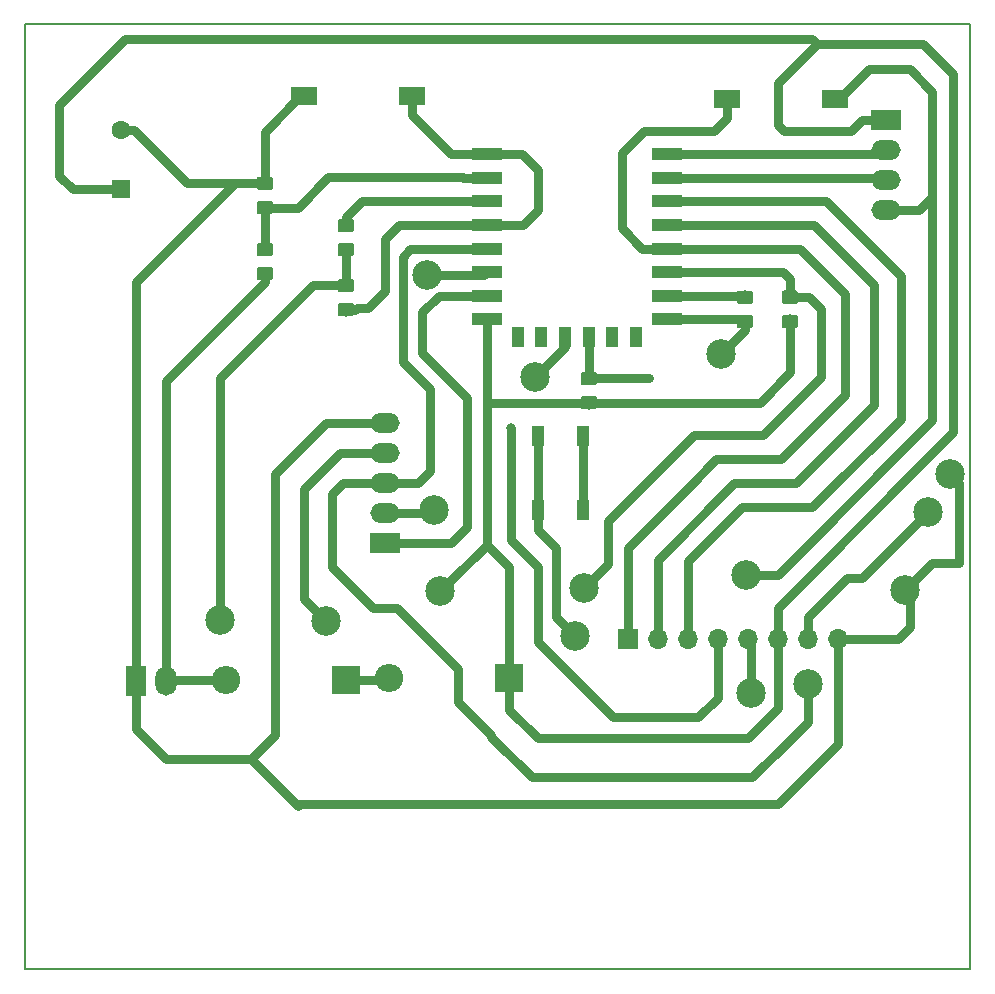
<source format=gbr>
G04 #@! TF.GenerationSoftware,KiCad,Pcbnew,(5.0.1)-4*
G04 #@! TF.CreationDate,2019-02-04T19:45:42-02:00*
G04 #@! TF.ProjectId,Temp_node,54656D705F6E6F64652E6B696361645F,rev?*
G04 #@! TF.SameCoordinates,Original*
G04 #@! TF.FileFunction,Copper,L1,Top,Signal*
G04 #@! TF.FilePolarity,Positive*
%FSLAX46Y46*%
G04 Gerber Fmt 4.6, Leading zero omitted, Abs format (unit mm)*
G04 Created by KiCad (PCBNEW (5.0.1)-4) date 2/4/2019 7:45:42 PM*
%MOMM*%
%LPD*%
G01*
G04 APERTURE LIST*
G04 #@! TA.AperFunction,NonConductor*
%ADD10C,0.200000*%
G04 #@! TD*
G04 #@! TA.AperFunction,NonConductor*
%ADD11C,0.150000*%
G04 #@! TD*
G04 #@! TA.AperFunction,ComponentPad*
%ADD12R,2.500000X1.800000*%
G04 #@! TD*
G04 #@! TA.AperFunction,ComponentPad*
%ADD13O,2.500000X1.700000*%
G04 #@! TD*
G04 #@! TA.AperFunction,SMDPad,CuDef*
%ADD14R,2.500000X1.000000*%
G04 #@! TD*
G04 #@! TA.AperFunction,SMDPad,CuDef*
%ADD15R,1.000000X1.800000*%
G04 #@! TD*
G04 #@! TA.AperFunction,ComponentPad*
%ADD16R,1.800000X2.500000*%
G04 #@! TD*
G04 #@! TA.AperFunction,ComponentPad*
%ADD17O,1.800000X2.500000*%
G04 #@! TD*
G04 #@! TA.AperFunction,ComponentPad*
%ADD18R,1.600000X1.600000*%
G04 #@! TD*
G04 #@! TA.AperFunction,ComponentPad*
%ADD19C,1.600000*%
G04 #@! TD*
G04 #@! TA.AperFunction,ComponentPad*
%ADD20O,2.400000X2.400000*%
G04 #@! TD*
G04 #@! TA.AperFunction,ComponentPad*
%ADD21R,2.400000X2.400000*%
G04 #@! TD*
G04 #@! TA.AperFunction,ComponentPad*
%ADD22R,1.700000X1.700000*%
G04 #@! TD*
G04 #@! TA.AperFunction,ComponentPad*
%ADD23O,1.700000X1.700000*%
G04 #@! TD*
G04 #@! TA.AperFunction,ComponentPad*
%ADD24R,2.500000X1.700000*%
G04 #@! TD*
G04 #@! TA.AperFunction,Conductor*
%ADD25C,0.100000*%
G04 #@! TD*
G04 #@! TA.AperFunction,SMDPad,CuDef*
%ADD26C,1.150000*%
G04 #@! TD*
G04 #@! TA.AperFunction,SMDPad,CuDef*
%ADD27R,2.180000X1.600000*%
G04 #@! TD*
G04 #@! TA.AperFunction,SMDPad,CuDef*
%ADD28R,1.000000X1.700000*%
G04 #@! TD*
G04 #@! TA.AperFunction,ViaPad*
%ADD29C,2.500000*%
G04 #@! TD*
G04 #@! TA.AperFunction,ViaPad*
%ADD30C,0.800000*%
G04 #@! TD*
G04 #@! TA.AperFunction,Conductor*
%ADD31C,0.800000*%
G04 #@! TD*
G04 APERTURE END LIST*
D10*
X132334000Y-28448000D02*
X212344000Y-28448000D01*
X132334000Y-48514000D02*
X132334000Y-28448000D01*
X212344000Y-28448000D02*
X212344000Y-48514000D01*
D11*
X212344000Y-108458000D02*
X212344000Y-48514000D01*
X132334000Y-108458000D02*
X212344000Y-108458000D01*
X132334000Y-48514000D02*
X132334000Y-108458000D01*
D12*
G04 #@! TO.P,J4,1*
G04 #@! TO.N,/MISO*
X162814000Y-72390000D03*
D13*
G04 #@! TO.P,J4,2*
G04 #@! TO.N,/GPIO2*
X162814000Y-69850000D03*
G04 #@! TO.P,J4,3*
G04 #@! TO.N,/SCLK*
X162814000Y-67310000D03*
G04 #@! TO.P,J4,4*
G04 #@! TO.N,+3V3*
X162814000Y-64770000D03*
G04 #@! TO.P,J4,5*
G04 #@! TO.N,GND*
X162814000Y-62230000D03*
G04 #@! TD*
D14*
G04 #@! TO.P,U1,1*
G04 #@! TO.N,/RESET*
X171470000Y-39426000D03*
G04 #@! TO.P,U1,2*
G04 #@! TO.N,/ADC*
X171470000Y-41426000D03*
G04 #@! TO.P,U1,3*
G04 #@! TO.N,/ENABLE*
X171470000Y-43426000D03*
G04 #@! TO.P,U1,4*
G04 #@! TO.N,/RESET*
X171470000Y-45426000D03*
G04 #@! TO.P,U1,5*
G04 #@! TO.N,/SCLK*
X171470000Y-47426000D03*
G04 #@! TO.P,U1,6*
G04 #@! TO.N,/MOSI*
X171470000Y-49426000D03*
G04 #@! TO.P,U1,7*
G04 #@! TO.N,/MISO*
X171470000Y-51426000D03*
G04 #@! TO.P,U1,8*
G04 #@! TO.N,+3V3*
X171470000Y-53426000D03*
D15*
G04 #@! TO.P,U1,17*
G04 #@! TO.N,Net-(U1-Pad17)*
X174070000Y-54926000D03*
G04 #@! TO.P,U1,18*
G04 #@! TO.N,Net-(U1-Pad18)*
X176070000Y-54926000D03*
G04 #@! TO.P,U1,19*
G04 #@! TO.N,/DIS_LIGHT*
X178070000Y-54926000D03*
G04 #@! TO.P,U1,20*
G04 #@! TO.N,/BOTAO*
X180070000Y-54926000D03*
G04 #@! TO.P,U1,21*
G04 #@! TO.N,Net-(U1-Pad21)*
X182070000Y-54926000D03*
G04 #@! TO.P,U1,22*
G04 #@! TO.N,Net-(U1-Pad22)*
X184070000Y-54926000D03*
D14*
G04 #@! TO.P,U1,9*
G04 #@! TO.N,GND*
X186670000Y-53426000D03*
G04 #@! TO.P,U1,10*
G04 #@! TO.N,/GPIO15*
X186670000Y-51426000D03*
G04 #@! TO.P,U1,11*
G04 #@! TO.N,/GPIO2*
X186670000Y-49426000D03*
G04 #@! TO.P,U1,12*
G04 #@! TO.N,/DIS_RESET*
X186670000Y-47426000D03*
G04 #@! TO.P,U1,13*
G04 #@! TO.N,/DIS_CS*
X186670000Y-45426000D03*
G04 #@! TO.P,U1,14*
G04 #@! TO.N,/DIS_DC*
X186670000Y-43426000D03*
G04 #@! TO.P,U1,15*
G04 #@! TO.N,/RX*
X186670000Y-41426000D03*
G04 #@! TO.P,U1,16*
G04 #@! TO.N,/TX*
X186670000Y-39426000D03*
G04 #@! TD*
D16*
G04 #@! TO.P,J1,1*
G04 #@! TO.N,GND*
X141732000Y-84074000D03*
D17*
G04 #@! TO.P,J1,2*
G04 #@! TO.N,/V_BAT*
X144272000Y-84074000D03*
G04 #@! TD*
D18*
G04 #@! TO.P,C1,1*
G04 #@! TO.N,+3V3*
X140462000Y-42418000D03*
D19*
G04 #@! TO.P,C1,2*
G04 #@! TO.N,GND*
X140462000Y-37418000D03*
G04 #@! TD*
D20*
G04 #@! TO.P,D1,2*
G04 #@! TO.N,/V_BAT*
X149352000Y-83947000D03*
D21*
G04 #@! TO.P,D1,1*
G04 #@! TO.N,Net-(D1-Pad1)*
X159512000Y-83947000D03*
G04 #@! TD*
G04 #@! TO.P,D2,1*
G04 #@! TO.N,+3V3*
X173355000Y-83820000D03*
D20*
G04 #@! TO.P,D2,2*
G04 #@! TO.N,Net-(D1-Pad1)*
X163195000Y-83820000D03*
G04 #@! TD*
D22*
G04 #@! TO.P,J2,1*
G04 #@! TO.N,/DIS_RESET*
X183388000Y-80518000D03*
D23*
G04 #@! TO.P,J2,2*
G04 #@! TO.N,/DIS_CS*
X185928000Y-80518000D03*
G04 #@! TO.P,J2,3*
G04 #@! TO.N,/DIS_DC*
X188468000Y-80518000D03*
G04 #@! TO.P,J2,4*
G04 #@! TO.N,/MOSI*
X191008000Y-80518000D03*
G04 #@! TO.P,J2,5*
G04 #@! TO.N,/SCLK*
X193548000Y-80518000D03*
G04 #@! TO.P,J2,6*
G04 #@! TO.N,+3V3*
X196088000Y-80518000D03*
G04 #@! TO.P,J2,7*
G04 #@! TO.N,/DIS_LIGHT*
X198628000Y-80518000D03*
G04 #@! TO.P,J2,8*
G04 #@! TO.N,GND*
X201168000Y-80518000D03*
G04 #@! TD*
D24*
G04 #@! TO.P,J3,1*
G04 #@! TO.N,+3V3*
X205232000Y-36576000D03*
D13*
G04 #@! TO.P,J3,2*
G04 #@! TO.N,/TX*
X205232000Y-39116000D03*
G04 #@! TO.P,J3,3*
G04 #@! TO.N,/RX*
X205232000Y-41656000D03*
G04 #@! TO.P,J3,4*
G04 #@! TO.N,GND*
X205232000Y-44196000D03*
G04 #@! TD*
D25*
G04 #@! TO.N,+3V3*
G04 #@! TO.C,R1*
G36*
X159986505Y-49972204D02*
X160010773Y-49975804D01*
X160034572Y-49981765D01*
X160057671Y-49990030D01*
X160079850Y-50000520D01*
X160100893Y-50013132D01*
X160120599Y-50027747D01*
X160138777Y-50044223D01*
X160155253Y-50062401D01*
X160169868Y-50082107D01*
X160182480Y-50103150D01*
X160192970Y-50125329D01*
X160201235Y-50148428D01*
X160207196Y-50172227D01*
X160210796Y-50196495D01*
X160212000Y-50220999D01*
X160212000Y-50871001D01*
X160210796Y-50895505D01*
X160207196Y-50919773D01*
X160201235Y-50943572D01*
X160192970Y-50966671D01*
X160182480Y-50988850D01*
X160169868Y-51009893D01*
X160155253Y-51029599D01*
X160138777Y-51047777D01*
X160120599Y-51064253D01*
X160100893Y-51078868D01*
X160079850Y-51091480D01*
X160057671Y-51101970D01*
X160034572Y-51110235D01*
X160010773Y-51116196D01*
X159986505Y-51119796D01*
X159962001Y-51121000D01*
X159061999Y-51121000D01*
X159037495Y-51119796D01*
X159013227Y-51116196D01*
X158989428Y-51110235D01*
X158966329Y-51101970D01*
X158944150Y-51091480D01*
X158923107Y-51078868D01*
X158903401Y-51064253D01*
X158885223Y-51047777D01*
X158868747Y-51029599D01*
X158854132Y-51009893D01*
X158841520Y-50988850D01*
X158831030Y-50966671D01*
X158822765Y-50943572D01*
X158816804Y-50919773D01*
X158813204Y-50895505D01*
X158812000Y-50871001D01*
X158812000Y-50220999D01*
X158813204Y-50196495D01*
X158816804Y-50172227D01*
X158822765Y-50148428D01*
X158831030Y-50125329D01*
X158841520Y-50103150D01*
X158854132Y-50082107D01*
X158868747Y-50062401D01*
X158885223Y-50044223D01*
X158903401Y-50027747D01*
X158923107Y-50013132D01*
X158944150Y-50000520D01*
X158966329Y-49990030D01*
X158989428Y-49981765D01*
X159013227Y-49975804D01*
X159037495Y-49972204D01*
X159061999Y-49971000D01*
X159962001Y-49971000D01*
X159986505Y-49972204D01*
X159986505Y-49972204D01*
G37*
D26*
G04 #@! TD*
G04 #@! TO.P,R1,1*
G04 #@! TO.N,+3V3*
X159512000Y-50546000D03*
D25*
G04 #@! TO.N,/RESET*
G04 #@! TO.C,R1*
G36*
X159986505Y-52022204D02*
X160010773Y-52025804D01*
X160034572Y-52031765D01*
X160057671Y-52040030D01*
X160079850Y-52050520D01*
X160100893Y-52063132D01*
X160120599Y-52077747D01*
X160138777Y-52094223D01*
X160155253Y-52112401D01*
X160169868Y-52132107D01*
X160182480Y-52153150D01*
X160192970Y-52175329D01*
X160201235Y-52198428D01*
X160207196Y-52222227D01*
X160210796Y-52246495D01*
X160212000Y-52270999D01*
X160212000Y-52921001D01*
X160210796Y-52945505D01*
X160207196Y-52969773D01*
X160201235Y-52993572D01*
X160192970Y-53016671D01*
X160182480Y-53038850D01*
X160169868Y-53059893D01*
X160155253Y-53079599D01*
X160138777Y-53097777D01*
X160120599Y-53114253D01*
X160100893Y-53128868D01*
X160079850Y-53141480D01*
X160057671Y-53151970D01*
X160034572Y-53160235D01*
X160010773Y-53166196D01*
X159986505Y-53169796D01*
X159962001Y-53171000D01*
X159061999Y-53171000D01*
X159037495Y-53169796D01*
X159013227Y-53166196D01*
X158989428Y-53160235D01*
X158966329Y-53151970D01*
X158944150Y-53141480D01*
X158923107Y-53128868D01*
X158903401Y-53114253D01*
X158885223Y-53097777D01*
X158868747Y-53079599D01*
X158854132Y-53059893D01*
X158841520Y-53038850D01*
X158831030Y-53016671D01*
X158822765Y-52993572D01*
X158816804Y-52969773D01*
X158813204Y-52945505D01*
X158812000Y-52921001D01*
X158812000Y-52270999D01*
X158813204Y-52246495D01*
X158816804Y-52222227D01*
X158822765Y-52198428D01*
X158831030Y-52175329D01*
X158841520Y-52153150D01*
X158854132Y-52132107D01*
X158868747Y-52112401D01*
X158885223Y-52094223D01*
X158903401Y-52077747D01*
X158923107Y-52063132D01*
X158944150Y-52050520D01*
X158966329Y-52040030D01*
X158989428Y-52031765D01*
X159013227Y-52025804D01*
X159037495Y-52022204D01*
X159061999Y-52021000D01*
X159962001Y-52021000D01*
X159986505Y-52022204D01*
X159986505Y-52022204D01*
G37*
D26*
G04 #@! TD*
G04 #@! TO.P,R1,2*
G04 #@! TO.N,/RESET*
X159512000Y-52596000D03*
D25*
G04 #@! TO.N,/GPIO2*
G04 #@! TO.C,R2*
G36*
X197578505Y-50970204D02*
X197602773Y-50973804D01*
X197626572Y-50979765D01*
X197649671Y-50988030D01*
X197671850Y-50998520D01*
X197692893Y-51011132D01*
X197712599Y-51025747D01*
X197730777Y-51042223D01*
X197747253Y-51060401D01*
X197761868Y-51080107D01*
X197774480Y-51101150D01*
X197784970Y-51123329D01*
X197793235Y-51146428D01*
X197799196Y-51170227D01*
X197802796Y-51194495D01*
X197804000Y-51218999D01*
X197804000Y-51869001D01*
X197802796Y-51893505D01*
X197799196Y-51917773D01*
X197793235Y-51941572D01*
X197784970Y-51964671D01*
X197774480Y-51986850D01*
X197761868Y-52007893D01*
X197747253Y-52027599D01*
X197730777Y-52045777D01*
X197712599Y-52062253D01*
X197692893Y-52076868D01*
X197671850Y-52089480D01*
X197649671Y-52099970D01*
X197626572Y-52108235D01*
X197602773Y-52114196D01*
X197578505Y-52117796D01*
X197554001Y-52119000D01*
X196653999Y-52119000D01*
X196629495Y-52117796D01*
X196605227Y-52114196D01*
X196581428Y-52108235D01*
X196558329Y-52099970D01*
X196536150Y-52089480D01*
X196515107Y-52076868D01*
X196495401Y-52062253D01*
X196477223Y-52045777D01*
X196460747Y-52027599D01*
X196446132Y-52007893D01*
X196433520Y-51986850D01*
X196423030Y-51964671D01*
X196414765Y-51941572D01*
X196408804Y-51917773D01*
X196405204Y-51893505D01*
X196404000Y-51869001D01*
X196404000Y-51218999D01*
X196405204Y-51194495D01*
X196408804Y-51170227D01*
X196414765Y-51146428D01*
X196423030Y-51123329D01*
X196433520Y-51101150D01*
X196446132Y-51080107D01*
X196460747Y-51060401D01*
X196477223Y-51042223D01*
X196495401Y-51025747D01*
X196515107Y-51011132D01*
X196536150Y-50998520D01*
X196558329Y-50988030D01*
X196581428Y-50979765D01*
X196605227Y-50973804D01*
X196629495Y-50970204D01*
X196653999Y-50969000D01*
X197554001Y-50969000D01*
X197578505Y-50970204D01*
X197578505Y-50970204D01*
G37*
D26*
G04 #@! TD*
G04 #@! TO.P,R2,2*
G04 #@! TO.N,/GPIO2*
X197104000Y-51544000D03*
D25*
G04 #@! TO.N,+3V3*
G04 #@! TO.C,R2*
G36*
X197578505Y-53020204D02*
X197602773Y-53023804D01*
X197626572Y-53029765D01*
X197649671Y-53038030D01*
X197671850Y-53048520D01*
X197692893Y-53061132D01*
X197712599Y-53075747D01*
X197730777Y-53092223D01*
X197747253Y-53110401D01*
X197761868Y-53130107D01*
X197774480Y-53151150D01*
X197784970Y-53173329D01*
X197793235Y-53196428D01*
X197799196Y-53220227D01*
X197802796Y-53244495D01*
X197804000Y-53268999D01*
X197804000Y-53919001D01*
X197802796Y-53943505D01*
X197799196Y-53967773D01*
X197793235Y-53991572D01*
X197784970Y-54014671D01*
X197774480Y-54036850D01*
X197761868Y-54057893D01*
X197747253Y-54077599D01*
X197730777Y-54095777D01*
X197712599Y-54112253D01*
X197692893Y-54126868D01*
X197671850Y-54139480D01*
X197649671Y-54149970D01*
X197626572Y-54158235D01*
X197602773Y-54164196D01*
X197578505Y-54167796D01*
X197554001Y-54169000D01*
X196653999Y-54169000D01*
X196629495Y-54167796D01*
X196605227Y-54164196D01*
X196581428Y-54158235D01*
X196558329Y-54149970D01*
X196536150Y-54139480D01*
X196515107Y-54126868D01*
X196495401Y-54112253D01*
X196477223Y-54095777D01*
X196460747Y-54077599D01*
X196446132Y-54057893D01*
X196433520Y-54036850D01*
X196423030Y-54014671D01*
X196414765Y-53991572D01*
X196408804Y-53967773D01*
X196405204Y-53943505D01*
X196404000Y-53919001D01*
X196404000Y-53268999D01*
X196405204Y-53244495D01*
X196408804Y-53220227D01*
X196414765Y-53196428D01*
X196423030Y-53173329D01*
X196433520Y-53151150D01*
X196446132Y-53130107D01*
X196460747Y-53110401D01*
X196477223Y-53092223D01*
X196495401Y-53075747D01*
X196515107Y-53061132D01*
X196536150Y-53048520D01*
X196558329Y-53038030D01*
X196581428Y-53029765D01*
X196605227Y-53023804D01*
X196629495Y-53020204D01*
X196653999Y-53019000D01*
X197554001Y-53019000D01*
X197578505Y-53020204D01*
X197578505Y-53020204D01*
G37*
D26*
G04 #@! TD*
G04 #@! TO.P,R2,1*
G04 #@! TO.N,+3V3*
X197104000Y-53594000D03*
D25*
G04 #@! TO.N,+3V3*
G04 #@! TO.C,R3*
G36*
X159986505Y-46942204D02*
X160010773Y-46945804D01*
X160034572Y-46951765D01*
X160057671Y-46960030D01*
X160079850Y-46970520D01*
X160100893Y-46983132D01*
X160120599Y-46997747D01*
X160138777Y-47014223D01*
X160155253Y-47032401D01*
X160169868Y-47052107D01*
X160182480Y-47073150D01*
X160192970Y-47095329D01*
X160201235Y-47118428D01*
X160207196Y-47142227D01*
X160210796Y-47166495D01*
X160212000Y-47190999D01*
X160212000Y-47841001D01*
X160210796Y-47865505D01*
X160207196Y-47889773D01*
X160201235Y-47913572D01*
X160192970Y-47936671D01*
X160182480Y-47958850D01*
X160169868Y-47979893D01*
X160155253Y-47999599D01*
X160138777Y-48017777D01*
X160120599Y-48034253D01*
X160100893Y-48048868D01*
X160079850Y-48061480D01*
X160057671Y-48071970D01*
X160034572Y-48080235D01*
X160010773Y-48086196D01*
X159986505Y-48089796D01*
X159962001Y-48091000D01*
X159061999Y-48091000D01*
X159037495Y-48089796D01*
X159013227Y-48086196D01*
X158989428Y-48080235D01*
X158966329Y-48071970D01*
X158944150Y-48061480D01*
X158923107Y-48048868D01*
X158903401Y-48034253D01*
X158885223Y-48017777D01*
X158868747Y-47999599D01*
X158854132Y-47979893D01*
X158841520Y-47958850D01*
X158831030Y-47936671D01*
X158822765Y-47913572D01*
X158816804Y-47889773D01*
X158813204Y-47865505D01*
X158812000Y-47841001D01*
X158812000Y-47190999D01*
X158813204Y-47166495D01*
X158816804Y-47142227D01*
X158822765Y-47118428D01*
X158831030Y-47095329D01*
X158841520Y-47073150D01*
X158854132Y-47052107D01*
X158868747Y-47032401D01*
X158885223Y-47014223D01*
X158903401Y-46997747D01*
X158923107Y-46983132D01*
X158944150Y-46970520D01*
X158966329Y-46960030D01*
X158989428Y-46951765D01*
X159013227Y-46945804D01*
X159037495Y-46942204D01*
X159061999Y-46941000D01*
X159962001Y-46941000D01*
X159986505Y-46942204D01*
X159986505Y-46942204D01*
G37*
D26*
G04 #@! TD*
G04 #@! TO.P,R3,1*
G04 #@! TO.N,+3V3*
X159512000Y-47516000D03*
D25*
G04 #@! TO.N,/ENABLE*
G04 #@! TO.C,R3*
G36*
X159986505Y-44892204D02*
X160010773Y-44895804D01*
X160034572Y-44901765D01*
X160057671Y-44910030D01*
X160079850Y-44920520D01*
X160100893Y-44933132D01*
X160120599Y-44947747D01*
X160138777Y-44964223D01*
X160155253Y-44982401D01*
X160169868Y-45002107D01*
X160182480Y-45023150D01*
X160192970Y-45045329D01*
X160201235Y-45068428D01*
X160207196Y-45092227D01*
X160210796Y-45116495D01*
X160212000Y-45140999D01*
X160212000Y-45791001D01*
X160210796Y-45815505D01*
X160207196Y-45839773D01*
X160201235Y-45863572D01*
X160192970Y-45886671D01*
X160182480Y-45908850D01*
X160169868Y-45929893D01*
X160155253Y-45949599D01*
X160138777Y-45967777D01*
X160120599Y-45984253D01*
X160100893Y-45998868D01*
X160079850Y-46011480D01*
X160057671Y-46021970D01*
X160034572Y-46030235D01*
X160010773Y-46036196D01*
X159986505Y-46039796D01*
X159962001Y-46041000D01*
X159061999Y-46041000D01*
X159037495Y-46039796D01*
X159013227Y-46036196D01*
X158989428Y-46030235D01*
X158966329Y-46021970D01*
X158944150Y-46011480D01*
X158923107Y-45998868D01*
X158903401Y-45984253D01*
X158885223Y-45967777D01*
X158868747Y-45949599D01*
X158854132Y-45929893D01*
X158841520Y-45908850D01*
X158831030Y-45886671D01*
X158822765Y-45863572D01*
X158816804Y-45839773D01*
X158813204Y-45815505D01*
X158812000Y-45791001D01*
X158812000Y-45140999D01*
X158813204Y-45116495D01*
X158816804Y-45092227D01*
X158822765Y-45068428D01*
X158831030Y-45045329D01*
X158841520Y-45023150D01*
X158854132Y-45002107D01*
X158868747Y-44982401D01*
X158885223Y-44964223D01*
X158903401Y-44947747D01*
X158923107Y-44933132D01*
X158944150Y-44920520D01*
X158966329Y-44910030D01*
X158989428Y-44901765D01*
X159013227Y-44895804D01*
X159037495Y-44892204D01*
X159061999Y-44891000D01*
X159962001Y-44891000D01*
X159986505Y-44892204D01*
X159986505Y-44892204D01*
G37*
D26*
G04 #@! TD*
G04 #@! TO.P,R3,2*
G04 #@! TO.N,/ENABLE*
X159512000Y-45466000D03*
D25*
G04 #@! TO.N,GND*
G04 #@! TO.C,R4*
G36*
X193768505Y-53029204D02*
X193792773Y-53032804D01*
X193816572Y-53038765D01*
X193839671Y-53047030D01*
X193861850Y-53057520D01*
X193882893Y-53070132D01*
X193902599Y-53084747D01*
X193920777Y-53101223D01*
X193937253Y-53119401D01*
X193951868Y-53139107D01*
X193964480Y-53160150D01*
X193974970Y-53182329D01*
X193983235Y-53205428D01*
X193989196Y-53229227D01*
X193992796Y-53253495D01*
X193994000Y-53277999D01*
X193994000Y-53928001D01*
X193992796Y-53952505D01*
X193989196Y-53976773D01*
X193983235Y-54000572D01*
X193974970Y-54023671D01*
X193964480Y-54045850D01*
X193951868Y-54066893D01*
X193937253Y-54086599D01*
X193920777Y-54104777D01*
X193902599Y-54121253D01*
X193882893Y-54135868D01*
X193861850Y-54148480D01*
X193839671Y-54158970D01*
X193816572Y-54167235D01*
X193792773Y-54173196D01*
X193768505Y-54176796D01*
X193744001Y-54178000D01*
X192843999Y-54178000D01*
X192819495Y-54176796D01*
X192795227Y-54173196D01*
X192771428Y-54167235D01*
X192748329Y-54158970D01*
X192726150Y-54148480D01*
X192705107Y-54135868D01*
X192685401Y-54121253D01*
X192667223Y-54104777D01*
X192650747Y-54086599D01*
X192636132Y-54066893D01*
X192623520Y-54045850D01*
X192613030Y-54023671D01*
X192604765Y-54000572D01*
X192598804Y-53976773D01*
X192595204Y-53952505D01*
X192594000Y-53928001D01*
X192594000Y-53277999D01*
X192595204Y-53253495D01*
X192598804Y-53229227D01*
X192604765Y-53205428D01*
X192613030Y-53182329D01*
X192623520Y-53160150D01*
X192636132Y-53139107D01*
X192650747Y-53119401D01*
X192667223Y-53101223D01*
X192685401Y-53084747D01*
X192705107Y-53070132D01*
X192726150Y-53057520D01*
X192748329Y-53047030D01*
X192771428Y-53038765D01*
X192795227Y-53032804D01*
X192819495Y-53029204D01*
X192843999Y-53028000D01*
X193744001Y-53028000D01*
X193768505Y-53029204D01*
X193768505Y-53029204D01*
G37*
D26*
G04 #@! TD*
G04 #@! TO.P,R4,2*
G04 #@! TO.N,GND*
X193294000Y-53603000D03*
D25*
G04 #@! TO.N,/GPIO15*
G04 #@! TO.C,R4*
G36*
X193768505Y-50979204D02*
X193792773Y-50982804D01*
X193816572Y-50988765D01*
X193839671Y-50997030D01*
X193861850Y-51007520D01*
X193882893Y-51020132D01*
X193902599Y-51034747D01*
X193920777Y-51051223D01*
X193937253Y-51069401D01*
X193951868Y-51089107D01*
X193964480Y-51110150D01*
X193974970Y-51132329D01*
X193983235Y-51155428D01*
X193989196Y-51179227D01*
X193992796Y-51203495D01*
X193994000Y-51227999D01*
X193994000Y-51878001D01*
X193992796Y-51902505D01*
X193989196Y-51926773D01*
X193983235Y-51950572D01*
X193974970Y-51973671D01*
X193964480Y-51995850D01*
X193951868Y-52016893D01*
X193937253Y-52036599D01*
X193920777Y-52054777D01*
X193902599Y-52071253D01*
X193882893Y-52085868D01*
X193861850Y-52098480D01*
X193839671Y-52108970D01*
X193816572Y-52117235D01*
X193792773Y-52123196D01*
X193768505Y-52126796D01*
X193744001Y-52128000D01*
X192843999Y-52128000D01*
X192819495Y-52126796D01*
X192795227Y-52123196D01*
X192771428Y-52117235D01*
X192748329Y-52108970D01*
X192726150Y-52098480D01*
X192705107Y-52085868D01*
X192685401Y-52071253D01*
X192667223Y-52054777D01*
X192650747Y-52036599D01*
X192636132Y-52016893D01*
X192623520Y-51995850D01*
X192613030Y-51973671D01*
X192604765Y-51950572D01*
X192598804Y-51926773D01*
X192595204Y-51902505D01*
X192594000Y-51878001D01*
X192594000Y-51227999D01*
X192595204Y-51203495D01*
X192598804Y-51179227D01*
X192604765Y-51155428D01*
X192613030Y-51132329D01*
X192623520Y-51110150D01*
X192636132Y-51089107D01*
X192650747Y-51069401D01*
X192667223Y-51051223D01*
X192685401Y-51034747D01*
X192705107Y-51020132D01*
X192726150Y-51007520D01*
X192748329Y-50997030D01*
X192771428Y-50988765D01*
X192795227Y-50982804D01*
X192819495Y-50979204D01*
X192843999Y-50978000D01*
X193744001Y-50978000D01*
X193768505Y-50979204D01*
X193768505Y-50979204D01*
G37*
D26*
G04 #@! TD*
G04 #@! TO.P,R4,1*
G04 #@! TO.N,/GPIO15*
X193294000Y-51553000D03*
D25*
G04 #@! TO.N,/ADC*
G04 #@! TO.C,R5*
G36*
X153128505Y-46924204D02*
X153152773Y-46927804D01*
X153176572Y-46933765D01*
X153199671Y-46942030D01*
X153221850Y-46952520D01*
X153242893Y-46965132D01*
X153262599Y-46979747D01*
X153280777Y-46996223D01*
X153297253Y-47014401D01*
X153311868Y-47034107D01*
X153324480Y-47055150D01*
X153334970Y-47077329D01*
X153343235Y-47100428D01*
X153349196Y-47124227D01*
X153352796Y-47148495D01*
X153354000Y-47172999D01*
X153354000Y-47823001D01*
X153352796Y-47847505D01*
X153349196Y-47871773D01*
X153343235Y-47895572D01*
X153334970Y-47918671D01*
X153324480Y-47940850D01*
X153311868Y-47961893D01*
X153297253Y-47981599D01*
X153280777Y-47999777D01*
X153262599Y-48016253D01*
X153242893Y-48030868D01*
X153221850Y-48043480D01*
X153199671Y-48053970D01*
X153176572Y-48062235D01*
X153152773Y-48068196D01*
X153128505Y-48071796D01*
X153104001Y-48073000D01*
X152203999Y-48073000D01*
X152179495Y-48071796D01*
X152155227Y-48068196D01*
X152131428Y-48062235D01*
X152108329Y-48053970D01*
X152086150Y-48043480D01*
X152065107Y-48030868D01*
X152045401Y-48016253D01*
X152027223Y-47999777D01*
X152010747Y-47981599D01*
X151996132Y-47961893D01*
X151983520Y-47940850D01*
X151973030Y-47918671D01*
X151964765Y-47895572D01*
X151958804Y-47871773D01*
X151955204Y-47847505D01*
X151954000Y-47823001D01*
X151954000Y-47172999D01*
X151955204Y-47148495D01*
X151958804Y-47124227D01*
X151964765Y-47100428D01*
X151973030Y-47077329D01*
X151983520Y-47055150D01*
X151996132Y-47034107D01*
X152010747Y-47014401D01*
X152027223Y-46996223D01*
X152045401Y-46979747D01*
X152065107Y-46965132D01*
X152086150Y-46952520D01*
X152108329Y-46942030D01*
X152131428Y-46933765D01*
X152155227Y-46927804D01*
X152179495Y-46924204D01*
X152203999Y-46923000D01*
X153104001Y-46923000D01*
X153128505Y-46924204D01*
X153128505Y-46924204D01*
G37*
D26*
G04 #@! TD*
G04 #@! TO.P,R5,2*
G04 #@! TO.N,/ADC*
X152654000Y-47498000D03*
D25*
G04 #@! TO.N,/V_BAT*
G04 #@! TO.C,R5*
G36*
X153128505Y-48974204D02*
X153152773Y-48977804D01*
X153176572Y-48983765D01*
X153199671Y-48992030D01*
X153221850Y-49002520D01*
X153242893Y-49015132D01*
X153262599Y-49029747D01*
X153280777Y-49046223D01*
X153297253Y-49064401D01*
X153311868Y-49084107D01*
X153324480Y-49105150D01*
X153334970Y-49127329D01*
X153343235Y-49150428D01*
X153349196Y-49174227D01*
X153352796Y-49198495D01*
X153354000Y-49222999D01*
X153354000Y-49873001D01*
X153352796Y-49897505D01*
X153349196Y-49921773D01*
X153343235Y-49945572D01*
X153334970Y-49968671D01*
X153324480Y-49990850D01*
X153311868Y-50011893D01*
X153297253Y-50031599D01*
X153280777Y-50049777D01*
X153262599Y-50066253D01*
X153242893Y-50080868D01*
X153221850Y-50093480D01*
X153199671Y-50103970D01*
X153176572Y-50112235D01*
X153152773Y-50118196D01*
X153128505Y-50121796D01*
X153104001Y-50123000D01*
X152203999Y-50123000D01*
X152179495Y-50121796D01*
X152155227Y-50118196D01*
X152131428Y-50112235D01*
X152108329Y-50103970D01*
X152086150Y-50093480D01*
X152065107Y-50080868D01*
X152045401Y-50066253D01*
X152027223Y-50049777D01*
X152010747Y-50031599D01*
X151996132Y-50011893D01*
X151983520Y-49990850D01*
X151973030Y-49968671D01*
X151964765Y-49945572D01*
X151958804Y-49921773D01*
X151955204Y-49897505D01*
X151954000Y-49873001D01*
X151954000Y-49222999D01*
X151955204Y-49198495D01*
X151958804Y-49174227D01*
X151964765Y-49150428D01*
X151973030Y-49127329D01*
X151983520Y-49105150D01*
X151996132Y-49084107D01*
X152010747Y-49064401D01*
X152027223Y-49046223D01*
X152045401Y-49029747D01*
X152065107Y-49015132D01*
X152086150Y-49002520D01*
X152108329Y-48992030D01*
X152131428Y-48983765D01*
X152155227Y-48977804D01*
X152179495Y-48974204D01*
X152203999Y-48973000D01*
X153104001Y-48973000D01*
X153128505Y-48974204D01*
X153128505Y-48974204D01*
G37*
D26*
G04 #@! TD*
G04 #@! TO.P,R5,1*
G04 #@! TO.N,/V_BAT*
X152654000Y-49548000D03*
D25*
G04 #@! TO.N,/ADC*
G04 #@! TO.C,R6*
G36*
X153128505Y-43377204D02*
X153152773Y-43380804D01*
X153176572Y-43386765D01*
X153199671Y-43395030D01*
X153221850Y-43405520D01*
X153242893Y-43418132D01*
X153262599Y-43432747D01*
X153280777Y-43449223D01*
X153297253Y-43467401D01*
X153311868Y-43487107D01*
X153324480Y-43508150D01*
X153334970Y-43530329D01*
X153343235Y-43553428D01*
X153349196Y-43577227D01*
X153352796Y-43601495D01*
X153354000Y-43625999D01*
X153354000Y-44276001D01*
X153352796Y-44300505D01*
X153349196Y-44324773D01*
X153343235Y-44348572D01*
X153334970Y-44371671D01*
X153324480Y-44393850D01*
X153311868Y-44414893D01*
X153297253Y-44434599D01*
X153280777Y-44452777D01*
X153262599Y-44469253D01*
X153242893Y-44483868D01*
X153221850Y-44496480D01*
X153199671Y-44506970D01*
X153176572Y-44515235D01*
X153152773Y-44521196D01*
X153128505Y-44524796D01*
X153104001Y-44526000D01*
X152203999Y-44526000D01*
X152179495Y-44524796D01*
X152155227Y-44521196D01*
X152131428Y-44515235D01*
X152108329Y-44506970D01*
X152086150Y-44496480D01*
X152065107Y-44483868D01*
X152045401Y-44469253D01*
X152027223Y-44452777D01*
X152010747Y-44434599D01*
X151996132Y-44414893D01*
X151983520Y-44393850D01*
X151973030Y-44371671D01*
X151964765Y-44348572D01*
X151958804Y-44324773D01*
X151955204Y-44300505D01*
X151954000Y-44276001D01*
X151954000Y-43625999D01*
X151955204Y-43601495D01*
X151958804Y-43577227D01*
X151964765Y-43553428D01*
X151973030Y-43530329D01*
X151983520Y-43508150D01*
X151996132Y-43487107D01*
X152010747Y-43467401D01*
X152027223Y-43449223D01*
X152045401Y-43432747D01*
X152065107Y-43418132D01*
X152086150Y-43405520D01*
X152108329Y-43395030D01*
X152131428Y-43386765D01*
X152155227Y-43380804D01*
X152179495Y-43377204D01*
X152203999Y-43376000D01*
X153104001Y-43376000D01*
X153128505Y-43377204D01*
X153128505Y-43377204D01*
G37*
D26*
G04 #@! TD*
G04 #@! TO.P,R6,1*
G04 #@! TO.N,/ADC*
X152654000Y-43951000D03*
D25*
G04 #@! TO.N,GND*
G04 #@! TO.C,R6*
G36*
X153128505Y-41327204D02*
X153152773Y-41330804D01*
X153176572Y-41336765D01*
X153199671Y-41345030D01*
X153221850Y-41355520D01*
X153242893Y-41368132D01*
X153262599Y-41382747D01*
X153280777Y-41399223D01*
X153297253Y-41417401D01*
X153311868Y-41437107D01*
X153324480Y-41458150D01*
X153334970Y-41480329D01*
X153343235Y-41503428D01*
X153349196Y-41527227D01*
X153352796Y-41551495D01*
X153354000Y-41575999D01*
X153354000Y-42226001D01*
X153352796Y-42250505D01*
X153349196Y-42274773D01*
X153343235Y-42298572D01*
X153334970Y-42321671D01*
X153324480Y-42343850D01*
X153311868Y-42364893D01*
X153297253Y-42384599D01*
X153280777Y-42402777D01*
X153262599Y-42419253D01*
X153242893Y-42433868D01*
X153221850Y-42446480D01*
X153199671Y-42456970D01*
X153176572Y-42465235D01*
X153152773Y-42471196D01*
X153128505Y-42474796D01*
X153104001Y-42476000D01*
X152203999Y-42476000D01*
X152179495Y-42474796D01*
X152155227Y-42471196D01*
X152131428Y-42465235D01*
X152108329Y-42456970D01*
X152086150Y-42446480D01*
X152065107Y-42433868D01*
X152045401Y-42419253D01*
X152027223Y-42402777D01*
X152010747Y-42384599D01*
X151996132Y-42364893D01*
X151983520Y-42343850D01*
X151973030Y-42321671D01*
X151964765Y-42298572D01*
X151958804Y-42274773D01*
X151955204Y-42250505D01*
X151954000Y-42226001D01*
X151954000Y-41575999D01*
X151955204Y-41551495D01*
X151958804Y-41527227D01*
X151964765Y-41503428D01*
X151973030Y-41480329D01*
X151983520Y-41458150D01*
X151996132Y-41437107D01*
X152010747Y-41417401D01*
X152027223Y-41399223D01*
X152045401Y-41382747D01*
X152065107Y-41368132D01*
X152086150Y-41355520D01*
X152108329Y-41345030D01*
X152131428Y-41336765D01*
X152155227Y-41330804D01*
X152179495Y-41327204D01*
X152203999Y-41326000D01*
X153104001Y-41326000D01*
X153128505Y-41327204D01*
X153128505Y-41327204D01*
G37*
D26*
G04 #@! TD*
G04 #@! TO.P,R6,2*
G04 #@! TO.N,GND*
X152654000Y-41901000D03*
D25*
G04 #@! TO.N,+3V3*
G04 #@! TO.C,R7*
G36*
X180560505Y-59896204D02*
X180584773Y-59899804D01*
X180608572Y-59905765D01*
X180631671Y-59914030D01*
X180653850Y-59924520D01*
X180674893Y-59937132D01*
X180694599Y-59951747D01*
X180712777Y-59968223D01*
X180729253Y-59986401D01*
X180743868Y-60006107D01*
X180756480Y-60027150D01*
X180766970Y-60049329D01*
X180775235Y-60072428D01*
X180781196Y-60096227D01*
X180784796Y-60120495D01*
X180786000Y-60144999D01*
X180786000Y-60795001D01*
X180784796Y-60819505D01*
X180781196Y-60843773D01*
X180775235Y-60867572D01*
X180766970Y-60890671D01*
X180756480Y-60912850D01*
X180743868Y-60933893D01*
X180729253Y-60953599D01*
X180712777Y-60971777D01*
X180694599Y-60988253D01*
X180674893Y-61002868D01*
X180653850Y-61015480D01*
X180631671Y-61025970D01*
X180608572Y-61034235D01*
X180584773Y-61040196D01*
X180560505Y-61043796D01*
X180536001Y-61045000D01*
X179635999Y-61045000D01*
X179611495Y-61043796D01*
X179587227Y-61040196D01*
X179563428Y-61034235D01*
X179540329Y-61025970D01*
X179518150Y-61015480D01*
X179497107Y-61002868D01*
X179477401Y-60988253D01*
X179459223Y-60971777D01*
X179442747Y-60953599D01*
X179428132Y-60933893D01*
X179415520Y-60912850D01*
X179405030Y-60890671D01*
X179396765Y-60867572D01*
X179390804Y-60843773D01*
X179387204Y-60819505D01*
X179386000Y-60795001D01*
X179386000Y-60144999D01*
X179387204Y-60120495D01*
X179390804Y-60096227D01*
X179396765Y-60072428D01*
X179405030Y-60049329D01*
X179415520Y-60027150D01*
X179428132Y-60006107D01*
X179442747Y-59986401D01*
X179459223Y-59968223D01*
X179477401Y-59951747D01*
X179497107Y-59937132D01*
X179518150Y-59924520D01*
X179540329Y-59914030D01*
X179563428Y-59905765D01*
X179587227Y-59899804D01*
X179611495Y-59896204D01*
X179635999Y-59895000D01*
X180536001Y-59895000D01*
X180560505Y-59896204D01*
X180560505Y-59896204D01*
G37*
D26*
G04 #@! TD*
G04 #@! TO.P,R7,1*
G04 #@! TO.N,+3V3*
X180086000Y-60470000D03*
D25*
G04 #@! TO.N,/BOTAO*
G04 #@! TO.C,R7*
G36*
X180560505Y-57846204D02*
X180584773Y-57849804D01*
X180608572Y-57855765D01*
X180631671Y-57864030D01*
X180653850Y-57874520D01*
X180674893Y-57887132D01*
X180694599Y-57901747D01*
X180712777Y-57918223D01*
X180729253Y-57936401D01*
X180743868Y-57956107D01*
X180756480Y-57977150D01*
X180766970Y-57999329D01*
X180775235Y-58022428D01*
X180781196Y-58046227D01*
X180784796Y-58070495D01*
X180786000Y-58094999D01*
X180786000Y-58745001D01*
X180784796Y-58769505D01*
X180781196Y-58793773D01*
X180775235Y-58817572D01*
X180766970Y-58840671D01*
X180756480Y-58862850D01*
X180743868Y-58883893D01*
X180729253Y-58903599D01*
X180712777Y-58921777D01*
X180694599Y-58938253D01*
X180674893Y-58952868D01*
X180653850Y-58965480D01*
X180631671Y-58975970D01*
X180608572Y-58984235D01*
X180584773Y-58990196D01*
X180560505Y-58993796D01*
X180536001Y-58995000D01*
X179635999Y-58995000D01*
X179611495Y-58993796D01*
X179587227Y-58990196D01*
X179563428Y-58984235D01*
X179540329Y-58975970D01*
X179518150Y-58965480D01*
X179497107Y-58952868D01*
X179477401Y-58938253D01*
X179459223Y-58921777D01*
X179442747Y-58903599D01*
X179428132Y-58883893D01*
X179415520Y-58862850D01*
X179405030Y-58840671D01*
X179396765Y-58817572D01*
X179390804Y-58793773D01*
X179387204Y-58769505D01*
X179386000Y-58745001D01*
X179386000Y-58094999D01*
X179387204Y-58070495D01*
X179390804Y-58046227D01*
X179396765Y-58022428D01*
X179405030Y-57999329D01*
X179415520Y-57977150D01*
X179428132Y-57956107D01*
X179442747Y-57936401D01*
X179459223Y-57918223D01*
X179477401Y-57901747D01*
X179497107Y-57887132D01*
X179518150Y-57874520D01*
X179540329Y-57864030D01*
X179563428Y-57855765D01*
X179587227Y-57849804D01*
X179611495Y-57846204D01*
X179635999Y-57845000D01*
X180536001Y-57845000D01*
X180560505Y-57846204D01*
X180560505Y-57846204D01*
G37*
D26*
G04 #@! TD*
G04 #@! TO.P,R7,2*
G04 #@! TO.N,/BOTAO*
X180086000Y-58420000D03*
D27*
G04 #@! TO.P,SW1,2*
G04 #@! TO.N,/DIS_RESET*
X191752000Y-34798000D03*
G04 #@! TO.P,SW1,1*
G04 #@! TO.N,GND*
X200932000Y-34798000D03*
G04 #@! TD*
G04 #@! TO.P,SW2,1*
G04 #@! TO.N,GND*
X155938000Y-34544000D03*
G04 #@! TO.P,SW2,2*
G04 #@! TO.N,/RESET*
X165118000Y-34544000D03*
G04 #@! TD*
D28*
G04 #@! TO.P,SW3,1*
G04 #@! TO.N,/BOTAO*
X179573000Y-63271000D03*
X179573000Y-69571000D03*
G04 #@! TO.P,SW3,2*
G04 #@! TO.N,GND*
X175773000Y-63271000D03*
X175773000Y-69571000D03*
G04 #@! TD*
D29*
G04 #@! TO.N,+3V3*
X148844000Y-78867000D03*
X157861000Y-78994000D03*
X167513000Y-76454000D03*
G04 #@! TO.N,GND*
X193421000Y-75057000D03*
X206883000Y-76327000D03*
X191262000Y-56388000D03*
X210693000Y-66548000D03*
X178943000Y-80264000D03*
D30*
G04 #@! TO.N,/MOSI*
X173482000Y-62611000D03*
D29*
X166370000Y-49657000D03*
G04 #@! TO.N,/SCLK*
X193802000Y-85090000D03*
X198628000Y-84328000D03*
G04 #@! TO.N,/DIS_LIGHT*
X175514000Y-58293000D03*
X208788000Y-69723000D03*
G04 #@! TO.N,/GPIO2*
X167005000Y-69596000D03*
X179705000Y-76200000D03*
G04 #@! TD*
D31*
G04 #@! TO.N,+3V3*
X159512000Y-50546000D02*
X159512000Y-47516000D01*
X171470000Y-54726000D02*
X171450000Y-54746000D01*
X171470000Y-53426000D02*
X171470000Y-54726000D01*
X171450000Y-72517000D02*
X168275000Y-75692000D01*
X173355000Y-74422000D02*
X171450000Y-72517000D01*
X173355000Y-83820000D02*
X173355000Y-74422000D01*
X173355000Y-86487000D02*
X173355000Y-83820000D01*
X175768000Y-88900000D02*
X173355000Y-86487000D01*
X193548000Y-88900000D02*
X175768000Y-88900000D01*
X196088000Y-80518000D02*
X196088000Y-86360000D01*
X196088000Y-86360000D02*
X193548000Y-88900000D01*
X159512000Y-50546000D02*
X158712000Y-50546000D01*
X158712000Y-50546000D02*
X156718000Y-50546000D01*
X156718000Y-50546000D02*
X148844000Y-58420000D01*
X148844000Y-58420000D02*
X148844000Y-78867000D01*
X157861000Y-78994000D02*
X158426685Y-78994000D01*
X194546000Y-60470000D02*
X180086000Y-60470000D01*
X197104000Y-53594000D02*
X197104000Y-57912000D01*
X197104000Y-57912000D02*
X194546000Y-60470000D01*
X171468000Y-60470000D02*
X171450000Y-60452000D01*
X180086000Y-60470000D02*
X171468000Y-60470000D01*
X171450000Y-54746000D02*
X171450000Y-60452000D01*
X171450000Y-60452000D02*
X171450000Y-72517000D01*
X196088000Y-77851000D02*
X196088000Y-80518000D01*
X210947000Y-62992000D02*
X196088000Y-77851000D01*
X210947000Y-32639000D02*
X210947000Y-62992000D01*
X208407000Y-30099000D02*
X210947000Y-32639000D01*
X199390000Y-30099000D02*
X208407000Y-30099000D01*
X203182000Y-36576000D02*
X202293000Y-37465000D01*
X205232000Y-36576000D02*
X203182000Y-36576000D01*
X202293000Y-37465000D02*
X196596000Y-37465000D01*
X196596000Y-37465000D02*
X196088000Y-36957000D01*
X196088000Y-36957000D02*
X196088000Y-33401000D01*
X196088000Y-33401000D02*
X199390000Y-30099000D01*
X168275000Y-75692000D02*
X167513000Y-76454000D01*
X162814000Y-64770000D02*
X159004000Y-64770000D01*
X159004000Y-64770000D02*
X155956000Y-67818000D01*
X155956000Y-77089000D02*
X157861000Y-78994000D01*
X155956000Y-67818000D02*
X155956000Y-77089000D01*
X140462000Y-42418000D02*
X136398000Y-42418000D01*
X136398000Y-42418000D02*
X135255000Y-41275000D01*
X135255000Y-41275000D02*
X135255000Y-35306000D01*
X135255000Y-35306000D02*
X140843000Y-29718000D01*
X199009000Y-29718000D02*
X199390000Y-30099000D01*
X140843000Y-29718000D02*
X199009000Y-29718000D01*
G04 #@! TO.N,GND*
X155648000Y-34544000D02*
X155938000Y-34544000D01*
X152654000Y-37538000D02*
X155648000Y-34544000D01*
X152654000Y-41901000D02*
X152654000Y-37538000D01*
X141732000Y-84074000D02*
X141732000Y-88138000D01*
X157861000Y-62230000D02*
X162814000Y-62230000D01*
X144272000Y-90678000D02*
X151511000Y-90678000D01*
X141732000Y-88138000D02*
X144272000Y-90678000D01*
X151511000Y-90678000D02*
X153543000Y-88646000D01*
X153543000Y-88646000D02*
X153543000Y-66548000D01*
X153543000Y-66548000D02*
X157861000Y-62230000D01*
X150123000Y-41901000D02*
X152654000Y-41901000D01*
X141732000Y-84074000D02*
X141732000Y-84424000D01*
X141732000Y-50292000D02*
X144272000Y-47752000D01*
X141732000Y-84074000D02*
X141732000Y-50292000D01*
X142771990Y-49252010D02*
X144272000Y-47752000D01*
X144272000Y-47752000D02*
X150123000Y-41901000D01*
X193117000Y-53426000D02*
X193294000Y-53603000D01*
X186670000Y-53426000D02*
X193117000Y-53426000D01*
X201222000Y-34798000D02*
X203762000Y-32258000D01*
X200932000Y-34798000D02*
X201222000Y-34798000D01*
X203762000Y-32258000D02*
X207264000Y-32258000D01*
X207264000Y-32258000D02*
X209169000Y-34163000D01*
X209169000Y-34163000D02*
X209169000Y-43053000D01*
X208026000Y-44196000D02*
X205232000Y-44196000D01*
X209169000Y-43053000D02*
X208026000Y-44196000D01*
X201168000Y-87757000D02*
X201168000Y-80518000D01*
X201168000Y-89408000D02*
X201168000Y-87757000D01*
X196088000Y-94488000D02*
X201168000Y-89408000D01*
X155575000Y-94488000D02*
X196088000Y-94488000D01*
X151511000Y-90678000D02*
X155448000Y-94615000D01*
X155448000Y-94615000D02*
X155575000Y-94488000D01*
X209169000Y-43053000D02*
X209169000Y-61976000D01*
X209169000Y-61976000D02*
X196088000Y-75057000D01*
X196088000Y-75057000D02*
X193421000Y-75057000D01*
X207282999Y-76726999D02*
X207282999Y-79483001D01*
X206883000Y-76327000D02*
X207282999Y-76726999D01*
X206248000Y-80518000D02*
X201168000Y-80518000D01*
X207282999Y-79483001D02*
X206248000Y-80518000D01*
X175773000Y-63271000D02*
X175773000Y-69571000D01*
X193294000Y-53603000D02*
X193294000Y-54356000D01*
X193294000Y-54356000D02*
X191262000Y-56388000D01*
X210693000Y-66548000D02*
X211455000Y-67310000D01*
X211455000Y-67310000D02*
X211455000Y-74041000D01*
X209169000Y-74041000D02*
X206883000Y-76327000D01*
X211455000Y-74041000D02*
X209169000Y-74041000D01*
X175773000Y-71221000D02*
X177292000Y-72740000D01*
X175773000Y-69571000D02*
X175773000Y-71221000D01*
X177292000Y-72740000D02*
X177292000Y-78613000D01*
X177292000Y-78613000D02*
X178943000Y-80264000D01*
X146076370Y-41901000D02*
X150123000Y-41901000D01*
X141593370Y-37418000D02*
X146076370Y-41901000D01*
X140462000Y-37418000D02*
X141593370Y-37418000D01*
G04 #@! TO.N,/V_BAT*
X144272000Y-82024000D02*
X144272000Y-84074000D01*
X144272000Y-58605000D02*
X144272000Y-82024000D01*
X152654000Y-50223000D02*
X144272000Y-58605000D01*
X152654000Y-49548000D02*
X152654000Y-50223000D01*
X144399000Y-83947000D02*
X144272000Y-84074000D01*
X149352000Y-83947000D02*
X144399000Y-83947000D01*
G04 #@! TO.N,Net-(D1-Pad1)*
X163068000Y-83947000D02*
X163195000Y-83820000D01*
X159512000Y-83947000D02*
X163068000Y-83947000D01*
G04 #@! TO.N,/DIS_RESET*
X186670000Y-47426000D02*
X197921000Y-47426000D01*
X197921000Y-47426000D02*
X201803000Y-51308000D01*
X201803000Y-51308000D02*
X201803000Y-59817000D01*
X201803000Y-59817000D02*
X196342000Y-65278000D01*
X196342000Y-65278000D02*
X190881000Y-65278000D01*
X183388000Y-72771000D02*
X188468000Y-67691000D01*
X183388000Y-80518000D02*
X183388000Y-72771000D01*
X190881000Y-65278000D02*
X188468000Y-67691000D01*
X188468000Y-67691000D02*
X188214000Y-67945000D01*
X191752000Y-36398000D02*
X191752000Y-34798000D01*
X186670000Y-47426000D02*
X184620000Y-47426000D01*
X184620000Y-47426000D02*
X182880000Y-45686000D01*
X182880000Y-45686000D02*
X182880000Y-39370000D01*
X182880000Y-39370000D02*
X184785000Y-37465000D01*
X184785000Y-37465000D02*
X190685000Y-37465000D01*
X190685000Y-37465000D02*
X191752000Y-36398000D01*
G04 #@! TO.N,/DIS_CS*
X188720000Y-45426000D02*
X188760000Y-45466000D01*
X186670000Y-45426000D02*
X188720000Y-45426000D01*
X188760000Y-45466000D02*
X199136000Y-45466000D01*
X199136000Y-45466000D02*
X204216000Y-50546000D01*
X204216000Y-50546000D02*
X204216000Y-60706000D01*
X204216000Y-60706000D02*
X197612000Y-67310000D01*
X197612000Y-67310000D02*
X192405000Y-67310000D01*
X185928000Y-73787000D02*
X185928000Y-80518000D01*
X192405000Y-67310000D02*
X185928000Y-73787000D01*
G04 #@! TO.N,/DIS_DC*
X188720000Y-43426000D02*
X188728000Y-43434000D01*
X186670000Y-43426000D02*
X188720000Y-43426000D01*
X188728000Y-43434000D02*
X200152000Y-43434000D01*
X200152000Y-43434000D02*
X206502000Y-49784000D01*
X206502000Y-49784000D02*
X206502000Y-61849000D01*
X206502000Y-61849000D02*
X199009000Y-69342000D01*
X199009000Y-69342000D02*
X193040000Y-69342000D01*
X188468000Y-73914000D02*
X188468000Y-80518000D01*
X193040000Y-69342000D02*
X188468000Y-73914000D01*
G04 #@! TO.N,/MOSI*
X191008000Y-80518000D02*
X191008000Y-81720081D01*
X191008000Y-81720081D02*
X191008000Y-85471000D01*
X191008000Y-85471000D02*
X189357000Y-87122000D01*
X189357000Y-87122000D02*
X182118000Y-87122000D01*
X182118000Y-87122000D02*
X175768000Y-80772000D01*
X175768000Y-80772000D02*
X175768000Y-74422000D01*
X175768000Y-74422000D02*
X173482000Y-72136000D01*
X173482000Y-72136000D02*
X173482000Y-62611000D01*
X171239000Y-49657000D02*
X171470000Y-49426000D01*
X166370000Y-49657000D02*
X171239000Y-49657000D01*
G04 #@! TO.N,/SCLK*
X169420000Y-47426000D02*
X169348000Y-47498000D01*
X171470000Y-47426000D02*
X169420000Y-47426000D01*
X169348000Y-47498000D02*
X164973000Y-47498000D01*
X164973000Y-47498000D02*
X164338000Y-48133000D01*
X164338000Y-48133000D02*
X164338000Y-57023000D01*
X164338000Y-57023000D02*
X166624000Y-59309000D01*
X166624000Y-59309000D02*
X166624000Y-66294000D01*
X165608000Y-67310000D02*
X162814000Y-67310000D01*
X166624000Y-66294000D02*
X165608000Y-67310000D01*
X162814000Y-67310000D02*
X160764000Y-67310000D01*
X160764000Y-67310000D02*
X159258000Y-67310000D01*
X159258000Y-67310000D02*
X158369000Y-68199000D01*
X158369000Y-68199000D02*
X158369000Y-74422000D01*
X158369000Y-74422000D02*
X161798000Y-77851000D01*
X161798000Y-77851000D02*
X163830000Y-77851000D01*
X163830000Y-77851000D02*
X169037000Y-83058000D01*
X169037000Y-83058000D02*
X169037000Y-85852000D01*
X169037000Y-85852000D02*
X171831000Y-88646000D01*
X171831000Y-88646000D02*
X171831000Y-88773000D01*
X171831000Y-88773000D02*
X175260000Y-92202000D01*
X175260000Y-92202000D02*
X193929000Y-92202000D01*
X193929000Y-92202000D02*
X196850000Y-89281000D01*
X193802000Y-80772000D02*
X193548000Y-80518000D01*
X193802000Y-85090000D02*
X193802000Y-80772000D01*
X198628000Y-87503000D02*
X196850000Y-89281000D01*
X198628000Y-84328000D02*
X198628000Y-87503000D01*
G04 #@! TO.N,/DIS_LIGHT*
X178070000Y-54926000D02*
X178070000Y-55737000D01*
X178070000Y-55737000D02*
X175514000Y-58293000D01*
X208788000Y-69723000D02*
X203200000Y-75311000D01*
X203200000Y-75311000D02*
X201930000Y-75311000D01*
X198628000Y-78613000D02*
X198628000Y-80518000D01*
X201930000Y-75311000D02*
X198628000Y-78613000D01*
G04 #@! TO.N,/TX*
X204922000Y-39426000D02*
X205232000Y-39116000D01*
X186670000Y-39426000D02*
X204922000Y-39426000D01*
G04 #@! TO.N,/RX*
X205002000Y-41426000D02*
X205232000Y-41656000D01*
X186670000Y-41426000D02*
X205002000Y-41426000D01*
G04 #@! TO.N,/GPIO2*
X197104000Y-51544000D02*
X197104000Y-50038000D01*
X196492000Y-49426000D02*
X186670000Y-49426000D01*
X197104000Y-50038000D02*
X196492000Y-49426000D01*
X162814000Y-69850000D02*
X166751000Y-69850000D01*
X166751000Y-69850000D02*
X167005000Y-69596000D01*
X198737000Y-51544000D02*
X197104000Y-51544000D01*
X199771000Y-52578000D02*
X198737000Y-51544000D01*
X181737000Y-74168000D02*
X181737000Y-70485000D01*
X179705000Y-76200000D02*
X181737000Y-74168000D01*
X181737000Y-70485000D02*
X188976000Y-63246000D01*
X188976000Y-63246000D02*
X194818000Y-63246000D01*
X194818000Y-63246000D02*
X199771000Y-58293000D01*
X199771000Y-58293000D02*
X199771000Y-52578000D01*
G04 #@! TO.N,/MISO*
X167395000Y-51426000D02*
X171470000Y-51426000D01*
X162814000Y-72390000D02*
X168402000Y-72390000D01*
X168402000Y-72390000D02*
X169799000Y-70993000D01*
X169799000Y-60071000D02*
X165989000Y-56261000D01*
X165989000Y-56261000D02*
X165989000Y-52832000D01*
X169799000Y-70993000D02*
X169799000Y-60071000D01*
X165989000Y-52832000D02*
X167395000Y-51426000D01*
G04 #@! TO.N,/RESET*
X165118000Y-36144000D02*
X165118000Y-34544000D01*
X168400000Y-39426000D02*
X165118000Y-36144000D01*
X171470000Y-39426000D02*
X168400000Y-39426000D01*
X160312000Y-52596000D02*
X160457000Y-52451000D01*
X159512000Y-52596000D02*
X160312000Y-52596000D01*
X160457000Y-52451000D02*
X161417000Y-52451000D01*
X161417000Y-52451000D02*
X162814000Y-51054000D01*
X162814000Y-51054000D02*
X162814000Y-46609000D01*
X163997000Y-45426000D02*
X171470000Y-45426000D01*
X162814000Y-46609000D02*
X163997000Y-45426000D01*
X173520000Y-45426000D02*
X173560000Y-45466000D01*
X171470000Y-45426000D02*
X173520000Y-45426000D01*
X173560000Y-45466000D02*
X174498000Y-45466000D01*
X174498000Y-45466000D02*
X175768000Y-44196000D01*
X175768000Y-44196000D02*
X175768000Y-40767000D01*
X174427000Y-39426000D02*
X171470000Y-39426000D01*
X175768000Y-40767000D02*
X174427000Y-39426000D01*
G04 #@! TO.N,/ENABLE*
X169420000Y-43426000D02*
X171470000Y-43426000D01*
X160877000Y-43426000D02*
X169420000Y-43426000D01*
X159512000Y-44791000D02*
X160877000Y-43426000D01*
X159512000Y-45466000D02*
X159512000Y-44791000D01*
G04 #@! TO.N,/GPIO15*
X193167000Y-51426000D02*
X193294000Y-51553000D01*
X186670000Y-51426000D02*
X193167000Y-51426000D01*
G04 #@! TO.N,/ADC*
X169420000Y-41426000D02*
X169396000Y-41402000D01*
X171470000Y-41426000D02*
X169420000Y-41426000D01*
X169396000Y-41402000D02*
X157988000Y-41402000D01*
X155439000Y-43951000D02*
X152654000Y-43951000D01*
X157988000Y-41402000D02*
X155439000Y-43951000D01*
X152654000Y-47498000D02*
X152654000Y-43951000D01*
G04 #@! TO.N,/BOTAO*
X180070000Y-58404000D02*
X180086000Y-58420000D01*
X180070000Y-54926000D02*
X180070000Y-58404000D01*
X179573000Y-69571000D02*
X179573000Y-63271000D01*
X180086000Y-58420000D02*
X180886000Y-58420000D01*
X180886000Y-58420000D02*
X185166000Y-58420000D01*
G04 #@! TD*
M02*

</source>
